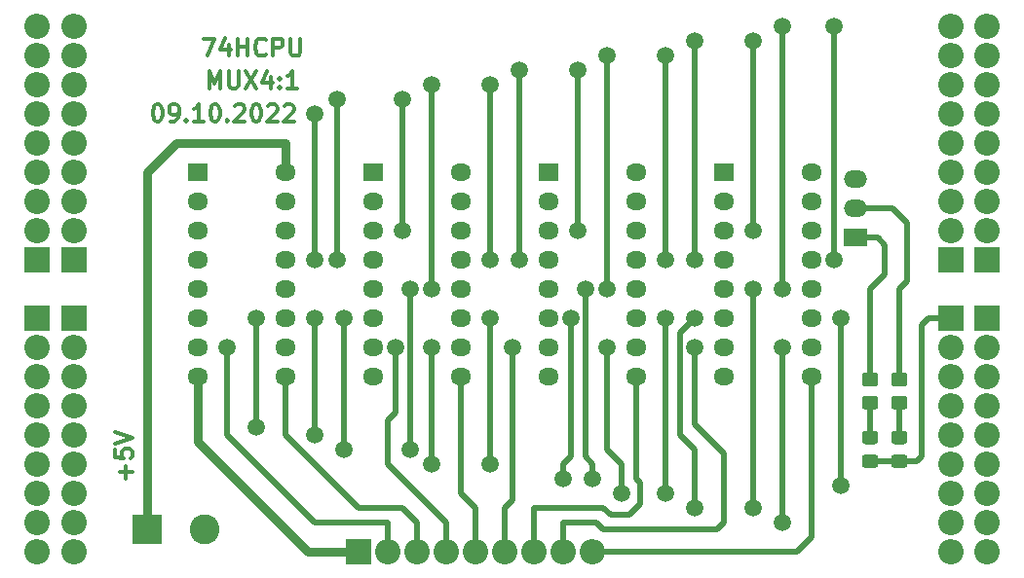
<source format=gbr>
%TF.GenerationSoftware,KiCad,Pcbnew,(5.1.8)-1*%
%TF.CreationDate,2022-10-09T15:02:05+03:00*%
%TF.ProjectId,MUX4x1,4d555834-7831-42e6-9b69-6361645f7063,rev?*%
%TF.SameCoordinates,Original*%
%TF.FileFunction,Copper,L1,Top*%
%TF.FilePolarity,Positive*%
%FSLAX46Y46*%
G04 Gerber Fmt 4.6, Leading zero omitted, Abs format (unit mm)*
G04 Created by KiCad (PCBNEW (5.1.8)-1) date 2022-10-09 15:02:05*
%MOMM*%
%LPD*%
G01*
G04 APERTURE LIST*
%TA.AperFunction,NonConductor*%
%ADD10C,0.300000*%
%TD*%
%TA.AperFunction,ComponentPad*%
%ADD11O,2.200000X2.200000*%
%TD*%
%TA.AperFunction,ComponentPad*%
%ADD12R,2.200000X2.200000*%
%TD*%
%TA.AperFunction,ComponentPad*%
%ADD13O,1.800000X1.500000*%
%TD*%
%TA.AperFunction,ComponentPad*%
%ADD14R,1.800000X1.500000*%
%TD*%
%TA.AperFunction,ComponentPad*%
%ADD15O,2.000000X1.500000*%
%TD*%
%TA.AperFunction,ComponentPad*%
%ADD16R,2.000000X1.500000*%
%TD*%
%TA.AperFunction,ComponentPad*%
%ADD17R,2.600000X2.600000*%
%TD*%
%TA.AperFunction,ComponentPad*%
%ADD18C,2.600000*%
%TD*%
%TA.AperFunction,ViaPad*%
%ADD19C,1.500000*%
%TD*%
%TA.AperFunction,Conductor*%
%ADD20C,0.800000*%
%TD*%
%TA.AperFunction,Conductor*%
%ADD21C,0.500000*%
%TD*%
G04 APERTURE END LIST*
D10*
X81387142Y-100353571D02*
X81387142Y-99210714D01*
X81958571Y-99782142D02*
X80815714Y-99782142D01*
X80458571Y-97782142D02*
X80458571Y-98496428D01*
X81172857Y-98567857D01*
X81101428Y-98496428D01*
X81030000Y-98353571D01*
X81030000Y-97996428D01*
X81101428Y-97853571D01*
X81172857Y-97782142D01*
X81315714Y-97710714D01*
X81672857Y-97710714D01*
X81815714Y-97782142D01*
X81887142Y-97853571D01*
X81958571Y-97996428D01*
X81958571Y-98353571D01*
X81887142Y-98496428D01*
X81815714Y-98567857D01*
X80458571Y-97282142D02*
X81958571Y-96782142D01*
X80458571Y-96282142D01*
X84066785Y-67758571D02*
X84209642Y-67758571D01*
X84352500Y-67830000D01*
X84423928Y-67901428D01*
X84495357Y-68044285D01*
X84566785Y-68330000D01*
X84566785Y-68687142D01*
X84495357Y-68972857D01*
X84423928Y-69115714D01*
X84352500Y-69187142D01*
X84209642Y-69258571D01*
X84066785Y-69258571D01*
X83923928Y-69187142D01*
X83852500Y-69115714D01*
X83781071Y-68972857D01*
X83709642Y-68687142D01*
X83709642Y-68330000D01*
X83781071Y-68044285D01*
X83852500Y-67901428D01*
X83923928Y-67830000D01*
X84066785Y-67758571D01*
X85281071Y-69258571D02*
X85566785Y-69258571D01*
X85709642Y-69187142D01*
X85781071Y-69115714D01*
X85923928Y-68901428D01*
X85995357Y-68615714D01*
X85995357Y-68044285D01*
X85923928Y-67901428D01*
X85852500Y-67830000D01*
X85709642Y-67758571D01*
X85423928Y-67758571D01*
X85281071Y-67830000D01*
X85209642Y-67901428D01*
X85138214Y-68044285D01*
X85138214Y-68401428D01*
X85209642Y-68544285D01*
X85281071Y-68615714D01*
X85423928Y-68687142D01*
X85709642Y-68687142D01*
X85852500Y-68615714D01*
X85923928Y-68544285D01*
X85995357Y-68401428D01*
X86638214Y-69115714D02*
X86709642Y-69187142D01*
X86638214Y-69258571D01*
X86566785Y-69187142D01*
X86638214Y-69115714D01*
X86638214Y-69258571D01*
X88138214Y-69258571D02*
X87281071Y-69258571D01*
X87709642Y-69258571D02*
X87709642Y-67758571D01*
X87566785Y-67972857D01*
X87423928Y-68115714D01*
X87281071Y-68187142D01*
X89066785Y-67758571D02*
X89209642Y-67758571D01*
X89352500Y-67830000D01*
X89423928Y-67901428D01*
X89495357Y-68044285D01*
X89566785Y-68330000D01*
X89566785Y-68687142D01*
X89495357Y-68972857D01*
X89423928Y-69115714D01*
X89352500Y-69187142D01*
X89209642Y-69258571D01*
X89066785Y-69258571D01*
X88923928Y-69187142D01*
X88852500Y-69115714D01*
X88781071Y-68972857D01*
X88709642Y-68687142D01*
X88709642Y-68330000D01*
X88781071Y-68044285D01*
X88852500Y-67901428D01*
X88923928Y-67830000D01*
X89066785Y-67758571D01*
X90209642Y-69115714D02*
X90281071Y-69187142D01*
X90209642Y-69258571D01*
X90138214Y-69187142D01*
X90209642Y-69115714D01*
X90209642Y-69258571D01*
X90852500Y-67901428D02*
X90923928Y-67830000D01*
X91066785Y-67758571D01*
X91423928Y-67758571D01*
X91566785Y-67830000D01*
X91638214Y-67901428D01*
X91709642Y-68044285D01*
X91709642Y-68187142D01*
X91638214Y-68401428D01*
X90781071Y-69258571D01*
X91709642Y-69258571D01*
X92638214Y-67758571D02*
X92781071Y-67758571D01*
X92923928Y-67830000D01*
X92995357Y-67901428D01*
X93066785Y-68044285D01*
X93138214Y-68330000D01*
X93138214Y-68687142D01*
X93066785Y-68972857D01*
X92995357Y-69115714D01*
X92923928Y-69187142D01*
X92781071Y-69258571D01*
X92638214Y-69258571D01*
X92495357Y-69187142D01*
X92423928Y-69115714D01*
X92352500Y-68972857D01*
X92281071Y-68687142D01*
X92281071Y-68330000D01*
X92352500Y-68044285D01*
X92423928Y-67901428D01*
X92495357Y-67830000D01*
X92638214Y-67758571D01*
X93709642Y-67901428D02*
X93781071Y-67830000D01*
X93923928Y-67758571D01*
X94281071Y-67758571D01*
X94423928Y-67830000D01*
X94495357Y-67901428D01*
X94566785Y-68044285D01*
X94566785Y-68187142D01*
X94495357Y-68401428D01*
X93638214Y-69258571D01*
X94566785Y-69258571D01*
X95138214Y-67901428D02*
X95209642Y-67830000D01*
X95352500Y-67758571D01*
X95709642Y-67758571D01*
X95852500Y-67830000D01*
X95923928Y-67901428D01*
X95995357Y-68044285D01*
X95995357Y-68187142D01*
X95923928Y-68401428D01*
X95066785Y-69258571D01*
X95995357Y-69258571D01*
X88606785Y-66401071D02*
X88606785Y-64901071D01*
X89106785Y-65972500D01*
X89606785Y-64901071D01*
X89606785Y-66401071D01*
X90321071Y-64901071D02*
X90321071Y-66115357D01*
X90392500Y-66258214D01*
X90463928Y-66329642D01*
X90606785Y-66401071D01*
X90892500Y-66401071D01*
X91035357Y-66329642D01*
X91106785Y-66258214D01*
X91178214Y-66115357D01*
X91178214Y-64901071D01*
X91749642Y-64901071D02*
X92749642Y-66401071D01*
X92749642Y-64901071D02*
X91749642Y-66401071D01*
X93963928Y-65401071D02*
X93963928Y-66401071D01*
X93606785Y-64829642D02*
X93249642Y-65901071D01*
X94178214Y-65901071D01*
X94749642Y-66258214D02*
X94821071Y-66329642D01*
X94749642Y-66401071D01*
X94678214Y-66329642D01*
X94749642Y-66258214D01*
X94749642Y-66401071D01*
X94749642Y-65472500D02*
X94821071Y-65543928D01*
X94749642Y-65615357D01*
X94678214Y-65543928D01*
X94749642Y-65472500D01*
X94749642Y-65615357D01*
X96249642Y-66401071D02*
X95392500Y-66401071D01*
X95821071Y-66401071D02*
X95821071Y-64901071D01*
X95678214Y-65115357D01*
X95535357Y-65258214D01*
X95392500Y-65329642D01*
X88106785Y-62043571D02*
X89106785Y-62043571D01*
X88463928Y-63543571D01*
X90321071Y-62543571D02*
X90321071Y-63543571D01*
X89963928Y-61972142D02*
X89606785Y-63043571D01*
X90535357Y-63043571D01*
X91106785Y-63543571D02*
X91106785Y-62043571D01*
X91106785Y-62757857D02*
X91963928Y-62757857D01*
X91963928Y-63543571D02*
X91963928Y-62043571D01*
X93535357Y-63400714D02*
X93463928Y-63472142D01*
X93249642Y-63543571D01*
X93106785Y-63543571D01*
X92892500Y-63472142D01*
X92749642Y-63329285D01*
X92678214Y-63186428D01*
X92606785Y-62900714D01*
X92606785Y-62686428D01*
X92678214Y-62400714D01*
X92749642Y-62257857D01*
X92892500Y-62115000D01*
X93106785Y-62043571D01*
X93249642Y-62043571D01*
X93463928Y-62115000D01*
X93535357Y-62186428D01*
X94178214Y-63543571D02*
X94178214Y-62043571D01*
X94749642Y-62043571D01*
X94892500Y-62115000D01*
X94963928Y-62186428D01*
X95035357Y-62329285D01*
X95035357Y-62543571D01*
X94963928Y-62686428D01*
X94892500Y-62757857D01*
X94749642Y-62829285D01*
X94178214Y-62829285D01*
X95678214Y-62043571D02*
X95678214Y-63257857D01*
X95749642Y-63400714D01*
X95821071Y-63472142D01*
X95963928Y-63543571D01*
X96249642Y-63543571D01*
X96392500Y-63472142D01*
X96463928Y-63400714D01*
X96535357Y-63257857D01*
X96535357Y-62043571D01*
D11*
%TO.P,J11,9*%
%TO.N,/D7*%
X156210000Y-60960000D03*
%TO.P,J11,8*%
%TO.N,/D6*%
X156210000Y-63500000D03*
%TO.P,J11,7*%
%TO.N,/D5*%
X156210000Y-66040000D03*
%TO.P,J11,6*%
%TO.N,/D4*%
X156210000Y-68580000D03*
%TO.P,J11,5*%
%TO.N,/D3*%
X156210000Y-71120000D03*
%TO.P,J11,4*%
%TO.N,/D2*%
X156210000Y-73660000D03*
%TO.P,J11,3*%
%TO.N,/D1*%
X156210000Y-76200000D03*
%TO.P,J11,2*%
%TO.N,/D0*%
X156210000Y-78740000D03*
D12*
%TO.P,J11,1*%
%TO.N,GND*%
X156210000Y-81280000D03*
%TD*%
D11*
%TO.P,J10,9*%
%TO.N,/C7*%
X73660000Y-60960000D03*
%TO.P,J10,8*%
%TO.N,/C6*%
X73660000Y-63500000D03*
%TO.P,J10,7*%
%TO.N,/C5*%
X73660000Y-66040000D03*
%TO.P,J10,6*%
%TO.N,/C4*%
X73660000Y-68580000D03*
%TO.P,J10,5*%
%TO.N,/C3*%
X73660000Y-71120000D03*
%TO.P,J10,4*%
%TO.N,/C2*%
X73660000Y-73660000D03*
%TO.P,J10,3*%
%TO.N,/C1*%
X73660000Y-76200000D03*
%TO.P,J10,2*%
%TO.N,/C0*%
X73660000Y-78740000D03*
D12*
%TO.P,J10,1*%
%TO.N,GND*%
X73660000Y-81280000D03*
%TD*%
D11*
%TO.P,J9,9*%
%TO.N,/B7*%
X156210000Y-106680000D03*
%TO.P,J9,8*%
%TO.N,/B6*%
X156210000Y-104140000D03*
%TO.P,J9,7*%
%TO.N,/B5*%
X156210000Y-101600000D03*
%TO.P,J9,6*%
%TO.N,/B4*%
X156210000Y-99060000D03*
%TO.P,J9,5*%
%TO.N,/B3*%
X156210000Y-96520000D03*
%TO.P,J9,4*%
%TO.N,/B2*%
X156210000Y-93980000D03*
%TO.P,J9,3*%
%TO.N,/B1*%
X156210000Y-91440000D03*
%TO.P,J9,2*%
%TO.N,/B0*%
X156210000Y-88900000D03*
D12*
%TO.P,J9,1*%
%TO.N,GND*%
X156210000Y-86360000D03*
%TD*%
D11*
%TO.P,J8,9*%
%TO.N,/A7*%
X73660000Y-106680000D03*
%TO.P,J8,8*%
%TO.N,/A6*%
X73660000Y-104140000D03*
%TO.P,J8,7*%
%TO.N,/A5*%
X73660000Y-101600000D03*
%TO.P,J8,6*%
%TO.N,/A4*%
X73660000Y-99060000D03*
%TO.P,J8,5*%
%TO.N,/A3*%
X73660000Y-96520000D03*
%TO.P,J8,4*%
%TO.N,/A2*%
X73660000Y-93980000D03*
%TO.P,J8,3*%
%TO.N,/A1*%
X73660000Y-91440000D03*
%TO.P,J8,2*%
%TO.N,/A0*%
X73660000Y-88900000D03*
D12*
%TO.P,J8,1*%
%TO.N,GND*%
X73660000Y-86360000D03*
%TD*%
D13*
%TO.P,U2,16*%
%TO.N,VCC*%
X110490000Y-73660000D03*
%TO.P,U2,8*%
%TO.N,GND*%
X102870000Y-91440000D03*
%TO.P,U2,15*%
%TO.N,/~E*%
X110490000Y-76200000D03*
%TO.P,U2,7*%
%TO.N,/O2*%
X102870000Y-88900000D03*
%TO.P,U2,14*%
%TO.N,/S0*%
X110490000Y-78740000D03*
%TO.P,U2,6*%
%TO.N,/A2*%
X102870000Y-86360000D03*
%TO.P,U2,13*%
%TO.N,/D3*%
X110490000Y-81280000D03*
%TO.P,U2,5*%
%TO.N,/B2*%
X102870000Y-83820000D03*
%TO.P,U2,12*%
%TO.N,/C3*%
X110490000Y-83820000D03*
%TO.P,U2,4*%
%TO.N,/C2*%
X102870000Y-81280000D03*
%TO.P,U2,11*%
%TO.N,/B3*%
X110490000Y-86360000D03*
%TO.P,U2,3*%
%TO.N,/D2*%
X102870000Y-78740000D03*
%TO.P,U2,10*%
%TO.N,/A3*%
X110490000Y-88900000D03*
%TO.P,U2,2*%
%TO.N,/S1*%
X102870000Y-76200000D03*
%TO.P,U2,9*%
%TO.N,/O3*%
X110490000Y-91440000D03*
D14*
%TO.P,U2,1*%
%TO.N,/~E*%
X102870000Y-73660000D03*
%TD*%
D15*
%TO.P,J7,3*%
%TO.N,/~E*%
X144780000Y-74295000D03*
%TO.P,J7,2*%
%TO.N,/S1*%
X144780000Y-76835000D03*
D16*
%TO.P,J7,1*%
%TO.N,/S0*%
X144780000Y-79375000D03*
%TD*%
D17*
%TO.P,J1,1*%
%TO.N,VCC*%
X83185000Y-104775000D03*
D18*
%TO.P,J1,2*%
%TO.N,GND*%
X88185000Y-104775000D03*
%TD*%
D12*
%TO.P,J2,1*%
%TO.N,GND*%
X76835000Y-86360000D03*
D11*
%TO.P,J2,2*%
%TO.N,/A0*%
X76835000Y-88900000D03*
%TO.P,J2,3*%
%TO.N,/A1*%
X76835000Y-91440000D03*
%TO.P,J2,4*%
%TO.N,/A2*%
X76835000Y-93980000D03*
%TO.P,J2,5*%
%TO.N,/A3*%
X76835000Y-96520000D03*
%TO.P,J2,6*%
%TO.N,/A4*%
X76835000Y-99060000D03*
%TO.P,J2,7*%
%TO.N,/A5*%
X76835000Y-101600000D03*
%TO.P,J2,8*%
%TO.N,/A6*%
X76835000Y-104140000D03*
%TO.P,J2,9*%
%TO.N,/A7*%
X76835000Y-106680000D03*
%TD*%
%TO.P,J3,9*%
%TO.N,/B7*%
X153035000Y-106680000D03*
%TO.P,J3,8*%
%TO.N,/B6*%
X153035000Y-104140000D03*
%TO.P,J3,7*%
%TO.N,/B5*%
X153035000Y-101600000D03*
%TO.P,J3,6*%
%TO.N,/B4*%
X153035000Y-99060000D03*
%TO.P,J3,5*%
%TO.N,/B3*%
X153035000Y-96520000D03*
%TO.P,J3,4*%
%TO.N,/B2*%
X153035000Y-93980000D03*
%TO.P,J3,3*%
%TO.N,/B1*%
X153035000Y-91440000D03*
%TO.P,J3,2*%
%TO.N,/B0*%
X153035000Y-88900000D03*
D12*
%TO.P,J3,1*%
%TO.N,GND*%
X153035000Y-86360000D03*
%TD*%
%TO.P,J4,1*%
%TO.N,GND*%
X76835000Y-81280000D03*
D11*
%TO.P,J4,2*%
%TO.N,/C0*%
X76835000Y-78740000D03*
%TO.P,J4,3*%
%TO.N,/C1*%
X76835000Y-76200000D03*
%TO.P,J4,4*%
%TO.N,/C2*%
X76835000Y-73660000D03*
%TO.P,J4,5*%
%TO.N,/C3*%
X76835000Y-71120000D03*
%TO.P,J4,6*%
%TO.N,/C4*%
X76835000Y-68580000D03*
%TO.P,J4,7*%
%TO.N,/C5*%
X76835000Y-66040000D03*
%TO.P,J4,8*%
%TO.N,/C6*%
X76835000Y-63500000D03*
%TO.P,J4,9*%
%TO.N,/C7*%
X76835000Y-60960000D03*
%TD*%
%TO.P,J5,9*%
%TO.N,/D7*%
X153035000Y-60960000D03*
%TO.P,J5,8*%
%TO.N,/D6*%
X153035000Y-63500000D03*
%TO.P,J5,7*%
%TO.N,/D5*%
X153035000Y-66040000D03*
%TO.P,J5,6*%
%TO.N,/D4*%
X153035000Y-68580000D03*
%TO.P,J5,5*%
%TO.N,/D3*%
X153035000Y-71120000D03*
%TO.P,J5,4*%
%TO.N,/D2*%
X153035000Y-73660000D03*
%TO.P,J5,3*%
%TO.N,/D1*%
X153035000Y-76200000D03*
%TO.P,J5,2*%
%TO.N,/D0*%
X153035000Y-78740000D03*
D12*
%TO.P,J5,1*%
%TO.N,GND*%
X153035000Y-81280000D03*
%TD*%
%TO.P,J6,1*%
%TO.N,GND*%
X101600000Y-106680000D03*
D11*
%TO.P,J6,2*%
%TO.N,/O0*%
X104140000Y-106680000D03*
%TO.P,J6,3*%
%TO.N,/O1*%
X106680000Y-106680000D03*
%TO.P,J6,4*%
%TO.N,/O2*%
X109220000Y-106680000D03*
%TO.P,J6,5*%
%TO.N,/O3*%
X111760000Y-106680000D03*
%TO.P,J6,6*%
%TO.N,/O4*%
X114300000Y-106680000D03*
%TO.P,J6,7*%
%TO.N,/O5*%
X116840000Y-106680000D03*
%TO.P,J6,8*%
%TO.N,/O6*%
X119380000Y-106680000D03*
%TO.P,J6,9*%
%TO.N,/O7*%
X121920000Y-106680000D03*
%TD*%
D14*
%TO.P,U1,1*%
%TO.N,/~E*%
X87630000Y-73660000D03*
D13*
%TO.P,U1,9*%
%TO.N,/O1*%
X95250000Y-91440000D03*
%TO.P,U1,2*%
%TO.N,/S1*%
X87630000Y-76200000D03*
%TO.P,U1,10*%
%TO.N,/A1*%
X95250000Y-88900000D03*
%TO.P,U1,3*%
%TO.N,/D0*%
X87630000Y-78740000D03*
%TO.P,U1,11*%
%TO.N,/B1*%
X95250000Y-86360000D03*
%TO.P,U1,4*%
%TO.N,/C0*%
X87630000Y-81280000D03*
%TO.P,U1,12*%
%TO.N,/C1*%
X95250000Y-83820000D03*
%TO.P,U1,5*%
%TO.N,/B0*%
X87630000Y-83820000D03*
%TO.P,U1,13*%
%TO.N,/D1*%
X95250000Y-81280000D03*
%TO.P,U1,6*%
%TO.N,/A0*%
X87630000Y-86360000D03*
%TO.P,U1,14*%
%TO.N,/S0*%
X95250000Y-78740000D03*
%TO.P,U1,7*%
%TO.N,/O0*%
X87630000Y-88900000D03*
%TO.P,U1,15*%
%TO.N,/~E*%
X95250000Y-76200000D03*
%TO.P,U1,8*%
%TO.N,GND*%
X87630000Y-91440000D03*
%TO.P,U1,16*%
%TO.N,VCC*%
X95250000Y-73660000D03*
%TD*%
D14*
%TO.P,U3,1*%
%TO.N,/~E*%
X118110000Y-73660000D03*
D13*
%TO.P,U3,9*%
%TO.N,/O5*%
X125730000Y-91440000D03*
%TO.P,U3,2*%
%TO.N,/S1*%
X118110000Y-76200000D03*
%TO.P,U3,10*%
%TO.N,/A5*%
X125730000Y-88900000D03*
%TO.P,U3,3*%
%TO.N,/D4*%
X118110000Y-78740000D03*
%TO.P,U3,11*%
%TO.N,/B5*%
X125730000Y-86360000D03*
%TO.P,U3,4*%
%TO.N,/C4*%
X118110000Y-81280000D03*
%TO.P,U3,12*%
%TO.N,/C5*%
X125730000Y-83820000D03*
%TO.P,U3,5*%
%TO.N,/B4*%
X118110000Y-83820000D03*
%TO.P,U3,13*%
%TO.N,/D5*%
X125730000Y-81280000D03*
%TO.P,U3,6*%
%TO.N,/A4*%
X118110000Y-86360000D03*
%TO.P,U3,14*%
%TO.N,/S0*%
X125730000Y-78740000D03*
%TO.P,U3,7*%
%TO.N,/O4*%
X118110000Y-88900000D03*
%TO.P,U3,15*%
%TO.N,/~E*%
X125730000Y-76200000D03*
%TO.P,U3,8*%
%TO.N,GND*%
X118110000Y-91440000D03*
%TO.P,U3,16*%
%TO.N,VCC*%
X125730000Y-73660000D03*
%TD*%
%TO.P,U4,16*%
%TO.N,VCC*%
X140970000Y-73660000D03*
%TO.P,U4,8*%
%TO.N,GND*%
X133350000Y-91440000D03*
%TO.P,U4,15*%
%TO.N,/~E*%
X140970000Y-76200000D03*
%TO.P,U4,7*%
%TO.N,/O6*%
X133350000Y-88900000D03*
%TO.P,U4,14*%
%TO.N,/S0*%
X140970000Y-78740000D03*
%TO.P,U4,6*%
%TO.N,/A6*%
X133350000Y-86360000D03*
%TO.P,U4,13*%
%TO.N,/D7*%
X140970000Y-81280000D03*
%TO.P,U4,5*%
%TO.N,/B6*%
X133350000Y-83820000D03*
%TO.P,U4,12*%
%TO.N,/C7*%
X140970000Y-83820000D03*
%TO.P,U4,4*%
%TO.N,/C6*%
X133350000Y-81280000D03*
%TO.P,U4,11*%
%TO.N,/B7*%
X140970000Y-86360000D03*
%TO.P,U4,3*%
%TO.N,/D6*%
X133350000Y-78740000D03*
%TO.P,U4,10*%
%TO.N,/A7*%
X140970000Y-88900000D03*
%TO.P,U4,2*%
%TO.N,/S1*%
X133350000Y-76200000D03*
%TO.P,U4,9*%
%TO.N,/O7*%
X140970000Y-91440000D03*
D14*
%TO.P,U4,1*%
%TO.N,/~E*%
X133350000Y-73660000D03*
%TD*%
%TO.P,D1,1*%
%TO.N,GND*%
%TA.AperFunction,SMDPad,CuDef*%
G36*
G01*
X146500001Y-99390000D02*
X145599999Y-99390000D01*
G75*
G02*
X145350000Y-99140001I0J249999D01*
G01*
X145350000Y-98489999D01*
G75*
G02*
X145599999Y-98240000I249999J0D01*
G01*
X146500001Y-98240000D01*
G75*
G02*
X146750000Y-98489999I0J-249999D01*
G01*
X146750000Y-99140001D01*
G75*
G02*
X146500001Y-99390000I-249999J0D01*
G01*
G37*
%TD.AperFunction*%
%TO.P,D1,2*%
%TO.N,Net-(D1-Pad2)*%
%TA.AperFunction,SMDPad,CuDef*%
G36*
G01*
X146500001Y-97340000D02*
X145599999Y-97340000D01*
G75*
G02*
X145350000Y-97090001I0J249999D01*
G01*
X145350000Y-96439999D01*
G75*
G02*
X145599999Y-96190000I249999J0D01*
G01*
X146500001Y-96190000D01*
G75*
G02*
X146750000Y-96439999I0J-249999D01*
G01*
X146750000Y-97090001D01*
G75*
G02*
X146500001Y-97340000I-249999J0D01*
G01*
G37*
%TD.AperFunction*%
%TD*%
%TO.P,D2,2*%
%TO.N,Net-(D2-Pad2)*%
%TA.AperFunction,SMDPad,CuDef*%
G36*
G01*
X149040001Y-97340000D02*
X148139999Y-97340000D01*
G75*
G02*
X147890000Y-97090001I0J249999D01*
G01*
X147890000Y-96439999D01*
G75*
G02*
X148139999Y-96190000I249999J0D01*
G01*
X149040001Y-96190000D01*
G75*
G02*
X149290000Y-96439999I0J-249999D01*
G01*
X149290000Y-97090001D01*
G75*
G02*
X149040001Y-97340000I-249999J0D01*
G01*
G37*
%TD.AperFunction*%
%TO.P,D2,1*%
%TO.N,GND*%
%TA.AperFunction,SMDPad,CuDef*%
G36*
G01*
X149040001Y-99390000D02*
X148139999Y-99390000D01*
G75*
G02*
X147890000Y-99140001I0J249999D01*
G01*
X147890000Y-98489999D01*
G75*
G02*
X148139999Y-98240000I249999J0D01*
G01*
X149040001Y-98240000D01*
G75*
G02*
X149290000Y-98489999I0J-249999D01*
G01*
X149290000Y-99140001D01*
G75*
G02*
X149040001Y-99390000I-249999J0D01*
G01*
G37*
%TD.AperFunction*%
%TD*%
%TO.P,R2,2*%
%TO.N,/S0*%
%TA.AperFunction,SMDPad,CuDef*%
G36*
G01*
X146500001Y-92310000D02*
X145599999Y-92310000D01*
G75*
G02*
X145350000Y-92060001I0J249999D01*
G01*
X145350000Y-91359999D01*
G75*
G02*
X145599999Y-91110000I249999J0D01*
G01*
X146500001Y-91110000D01*
G75*
G02*
X146750000Y-91359999I0J-249999D01*
G01*
X146750000Y-92060001D01*
G75*
G02*
X146500001Y-92310000I-249999J0D01*
G01*
G37*
%TD.AperFunction*%
%TO.P,R2,1*%
%TO.N,Net-(D1-Pad2)*%
%TA.AperFunction,SMDPad,CuDef*%
G36*
G01*
X146500001Y-94310000D02*
X145599999Y-94310000D01*
G75*
G02*
X145350000Y-94060001I0J249999D01*
G01*
X145350000Y-93359999D01*
G75*
G02*
X145599999Y-93110000I249999J0D01*
G01*
X146500001Y-93110000D01*
G75*
G02*
X146750000Y-93359999I0J-249999D01*
G01*
X146750000Y-94060001D01*
G75*
G02*
X146500001Y-94310000I-249999J0D01*
G01*
G37*
%TD.AperFunction*%
%TD*%
%TO.P,R3,1*%
%TO.N,Net-(D2-Pad2)*%
%TA.AperFunction,SMDPad,CuDef*%
G36*
G01*
X149040001Y-94310000D02*
X148139999Y-94310000D01*
G75*
G02*
X147890000Y-94060001I0J249999D01*
G01*
X147890000Y-93359999D01*
G75*
G02*
X148139999Y-93110000I249999J0D01*
G01*
X149040001Y-93110000D01*
G75*
G02*
X149290000Y-93359999I0J-249999D01*
G01*
X149290000Y-94060001D01*
G75*
G02*
X149040001Y-94310000I-249999J0D01*
G01*
G37*
%TD.AperFunction*%
%TO.P,R3,2*%
%TO.N,/S1*%
%TA.AperFunction,SMDPad,CuDef*%
G36*
G01*
X149040001Y-92310000D02*
X148139999Y-92310000D01*
G75*
G02*
X147890000Y-92060001I0J249999D01*
G01*
X147890000Y-91359999D01*
G75*
G02*
X148139999Y-91110000I249999J0D01*
G01*
X149040001Y-91110000D01*
G75*
G02*
X149290000Y-91359999I0J-249999D01*
G01*
X149290000Y-92060001D01*
G75*
G02*
X149040001Y-92310000I-249999J0D01*
G01*
G37*
%TD.AperFunction*%
%TD*%
D19*
%TO.N,/A2*%
X100330000Y-97790000D03*
X100330000Y-86360000D03*
%TO.N,/A3*%
X107950000Y-99060000D03*
X107950000Y-88900000D03*
%TO.N,/A4*%
X119380000Y-100330000D03*
X120015000Y-86360000D03*
%TO.N,/A5*%
X124460000Y-101600000D03*
X123190000Y-88900000D03*
%TO.N,/A6*%
X130810000Y-102870000D03*
X130810000Y-86360000D03*
%TO.N,/A7*%
X138430000Y-104140000D03*
X138430000Y-88900000D03*
%TO.N,/B7*%
X143510000Y-100965000D03*
X143510000Y-86360000D03*
%TO.N,/B6*%
X135890000Y-102870000D03*
X135890000Y-83820000D03*
%TO.N,/B5*%
X128270000Y-101600000D03*
X128270000Y-86360000D03*
%TO.N,/B4*%
X121920000Y-100330000D03*
X121285000Y-83820000D03*
%TO.N,/B3*%
X113030000Y-99060000D03*
X113030000Y-86360000D03*
%TO.N,/B2*%
X106045000Y-97790000D03*
X106045000Y-83820000D03*
%TO.N,/B1*%
X97790000Y-96520000D03*
X97790000Y-86360000D03*
%TO.N,/B0*%
X92710000Y-95885000D03*
X92710000Y-86360000D03*
%TO.N,/C2*%
X99695000Y-67310000D03*
X99695000Y-81280000D03*
%TO.N,/C3*%
X107950000Y-66040000D03*
X107950000Y-83820000D03*
%TO.N,/C4*%
X115570000Y-64770000D03*
X115570000Y-81280000D03*
%TO.N,/C5*%
X123190000Y-63500000D03*
X123190000Y-83820000D03*
%TO.N,/C6*%
X130810000Y-62230000D03*
X130810000Y-81280000D03*
%TO.N,/C7*%
X138430000Y-60960000D03*
X138430000Y-83820000D03*
%TO.N,/D7*%
X142875000Y-60960000D03*
X142875000Y-81280000D03*
%TO.N,/D6*%
X135890000Y-62230000D03*
X135890000Y-78740000D03*
%TO.N,/D5*%
X128270000Y-63500000D03*
X128270000Y-81280000D03*
%TO.N,/D4*%
X120650000Y-64770000D03*
X120650000Y-78740000D03*
%TO.N,/D3*%
X113030000Y-66040000D03*
X113030000Y-81280000D03*
%TO.N,/D2*%
X105410000Y-67310000D03*
X105410000Y-78740000D03*
%TO.N,/D1*%
X97790000Y-68580000D03*
X97790000Y-81280000D03*
%TO.N,/O0*%
X90170000Y-88900000D03*
%TO.N,/O2*%
X104775000Y-88900000D03*
%TO.N,/O4*%
X114935000Y-88900000D03*
%TO.N,/O6*%
X130810000Y-88900000D03*
%TD*%
D20*
%TO.N,VCC*%
X95250000Y-71120000D02*
X95250000Y-73660000D01*
X85725000Y-71120000D02*
X95250000Y-71120000D01*
X83185000Y-73660000D02*
X85725000Y-71120000D01*
X83185000Y-104775000D02*
X83185000Y-73660000D01*
%TO.N,GND*%
X87630000Y-97155000D02*
X87630000Y-91440000D01*
X97155000Y-106680000D02*
X87630000Y-97155000D01*
X101600000Y-106680000D02*
X97155000Y-106680000D01*
D21*
X146050000Y-98815000D02*
X149225000Y-98815000D01*
X148590000Y-98815000D02*
X150105000Y-98815000D01*
X150105000Y-98815000D02*
X150495000Y-98425000D01*
X150495000Y-98425000D02*
X150495000Y-86995000D01*
X150495000Y-86995000D02*
X151130000Y-86360000D01*
X151130000Y-86360000D02*
X153035000Y-86360000D01*
%TO.N,/A2*%
X100330000Y-97790000D02*
X100330000Y-96520000D01*
X100330000Y-86360000D02*
X100330000Y-96520000D01*
%TO.N,/A3*%
X107950000Y-88900000D02*
X107950000Y-99060000D01*
%TO.N,/A4*%
X119380000Y-99060000D02*
X119380000Y-100330000D01*
X120015000Y-98425000D02*
X119380000Y-99060000D01*
X120015000Y-86360000D02*
X120015000Y-98425000D01*
%TO.N,/A5*%
X123190000Y-97790000D02*
X124460000Y-99060000D01*
X124460000Y-99060000D02*
X124460000Y-101600000D01*
X123190000Y-88900000D02*
X123190000Y-97790000D01*
%TO.N,/A6*%
X129540000Y-96520000D02*
X130810000Y-97790000D01*
X130810000Y-97790000D02*
X130810000Y-102870000D01*
X129540000Y-87630000D02*
X130810000Y-86360000D01*
X129540000Y-87630000D02*
X129540000Y-96520000D01*
%TO.N,/A7*%
X138430000Y-88900000D02*
X138430000Y-104140000D01*
%TO.N,/B7*%
X143510000Y-86360000D02*
X143510000Y-100965000D01*
%TO.N,/B6*%
X135890000Y-83820000D02*
X135890000Y-102870000D01*
%TO.N,/B5*%
X128270000Y-86360000D02*
X128270000Y-101600000D01*
%TO.N,/B4*%
X121285000Y-98425000D02*
X121920000Y-99060000D01*
X121920000Y-99060000D02*
X121920000Y-100330000D01*
X121285000Y-83820000D02*
X121285000Y-98425000D01*
%TO.N,/B3*%
X113030000Y-86360000D02*
X113030000Y-99060000D01*
%TO.N,/B2*%
X106045000Y-95885000D02*
X106045000Y-97790000D01*
X106045000Y-83820000D02*
X106045000Y-95885000D01*
%TO.N,/B1*%
X97790000Y-86360000D02*
X97790000Y-96520000D01*
%TO.N,/B0*%
X92710000Y-95885000D02*
X92710000Y-86360000D01*
%TO.N,/C2*%
X99695000Y-67310000D02*
X99695000Y-81280000D01*
%TO.N,/C3*%
X107950000Y-66040000D02*
X107950000Y-83820000D01*
%TO.N,/C4*%
X115570000Y-81280000D02*
X115570000Y-64770000D01*
%TO.N,/C5*%
X123190000Y-83820000D02*
X123190000Y-63500000D01*
%TO.N,/C6*%
X130810000Y-81280000D02*
X130810000Y-62230000D01*
%TO.N,/C7*%
X138430000Y-83820000D02*
X138430000Y-60960000D01*
%TO.N,/D7*%
X142875000Y-80962500D02*
X142875000Y-61040010D01*
X142875000Y-81280000D02*
X142875000Y-80962500D01*
%TO.N,/D6*%
X135890000Y-78740000D02*
X135890000Y-62230000D01*
%TO.N,/D5*%
X128270000Y-81280000D02*
X128270000Y-63500000D01*
%TO.N,/D4*%
X120650000Y-78740000D02*
X120650000Y-64770000D01*
%TO.N,/D3*%
X113030000Y-81280000D02*
X113030000Y-66040000D01*
%TO.N,/D2*%
X105410000Y-67310000D02*
X105410000Y-78740000D01*
%TO.N,/D1*%
X97790000Y-81280000D02*
X97790000Y-68580000D01*
%TO.N,/O0*%
X104140000Y-104140000D02*
X104140000Y-106680000D01*
X90170000Y-96520000D02*
X97790000Y-104140000D01*
X97790000Y-104140000D02*
X104140000Y-104140000D01*
X90170000Y-88900000D02*
X90170000Y-96520000D01*
%TO.N,/O1*%
X95250000Y-91440000D02*
X95250000Y-96520000D01*
X95250000Y-96520000D02*
X101600000Y-102870000D01*
X101600000Y-102870000D02*
X105410000Y-102870000D01*
X106680000Y-104140000D02*
X106680000Y-106680000D01*
X105410000Y-102870000D02*
X106680000Y-104140000D01*
%TO.N,/O2*%
X109220000Y-104140000D02*
X109220000Y-106680000D01*
X104140000Y-99060000D02*
X109220000Y-104140000D01*
X104140000Y-95250000D02*
X104140000Y-99060000D01*
X104775000Y-94615000D02*
X104140000Y-95250000D01*
X104775000Y-88900000D02*
X104775000Y-94615000D01*
%TO.N,/O3*%
X111760000Y-102870000D02*
X111760000Y-106680000D01*
X110490000Y-101600000D02*
X111760000Y-102870000D01*
X110490000Y-91440000D02*
X110490000Y-101600000D01*
%TO.N,/O4*%
X114300000Y-106680000D02*
X114300000Y-102870000D01*
X114935000Y-102235000D02*
X114300000Y-102870000D01*
X114935000Y-88900000D02*
X114935000Y-102235000D01*
%TO.N,/O5*%
X125730000Y-100330000D02*
X125730000Y-91440000D01*
X125095000Y-103505000D02*
X126047500Y-102552500D01*
X126047500Y-100647500D02*
X125730000Y-100330000D01*
X123507500Y-103505000D02*
X125095000Y-103505000D01*
X126047500Y-102552500D02*
X126047500Y-100647500D01*
X122872500Y-102870000D02*
X123507500Y-103505000D01*
X116840000Y-102870000D02*
X122872500Y-102870000D01*
X116840000Y-106680000D02*
X116840000Y-102870000D01*
%TO.N,/O6*%
X119380000Y-104140000D02*
X119380000Y-106680000D01*
X122237500Y-104140000D02*
X119380000Y-104140000D01*
X122872500Y-104775000D02*
X122237500Y-104140000D01*
X132715000Y-104775000D02*
X122872500Y-104775000D01*
X133350000Y-104140000D02*
X132715000Y-104775000D01*
X133350000Y-98107500D02*
X133350000Y-104140000D01*
X130810000Y-95567500D02*
X133350000Y-98107500D01*
X130810000Y-88900000D02*
X130810000Y-95567500D01*
%TO.N,/O7*%
X140970000Y-91440000D02*
X140970000Y-105410000D01*
X139700000Y-106680000D02*
X121920000Y-106680000D01*
X140970000Y-105410000D02*
X139700000Y-106680000D01*
%TO.N,/S1*%
X147955000Y-76835000D02*
X144780000Y-76835000D01*
X149225000Y-83185000D02*
X149225000Y-78105000D01*
X148590000Y-83820000D02*
X149225000Y-83185000D01*
X149225000Y-78105000D02*
X147955000Y-76835000D01*
X148590000Y-91710000D02*
X148590000Y-83820000D01*
%TO.N,/S0*%
X146685000Y-79375000D02*
X144780000Y-79375000D01*
X147320000Y-80010000D02*
X146685000Y-79375000D01*
X147320000Y-82550000D02*
X147320000Y-80010000D01*
X146050000Y-83820000D02*
X147320000Y-82550000D01*
X146050000Y-91710000D02*
X146050000Y-83820000D01*
%TO.N,Net-(D1-Pad2)*%
X146050000Y-93710000D02*
X146050000Y-96765000D01*
%TO.N,Net-(D2-Pad2)*%
X148590000Y-93710000D02*
X148590000Y-96765000D01*
%TD*%
M02*

</source>
